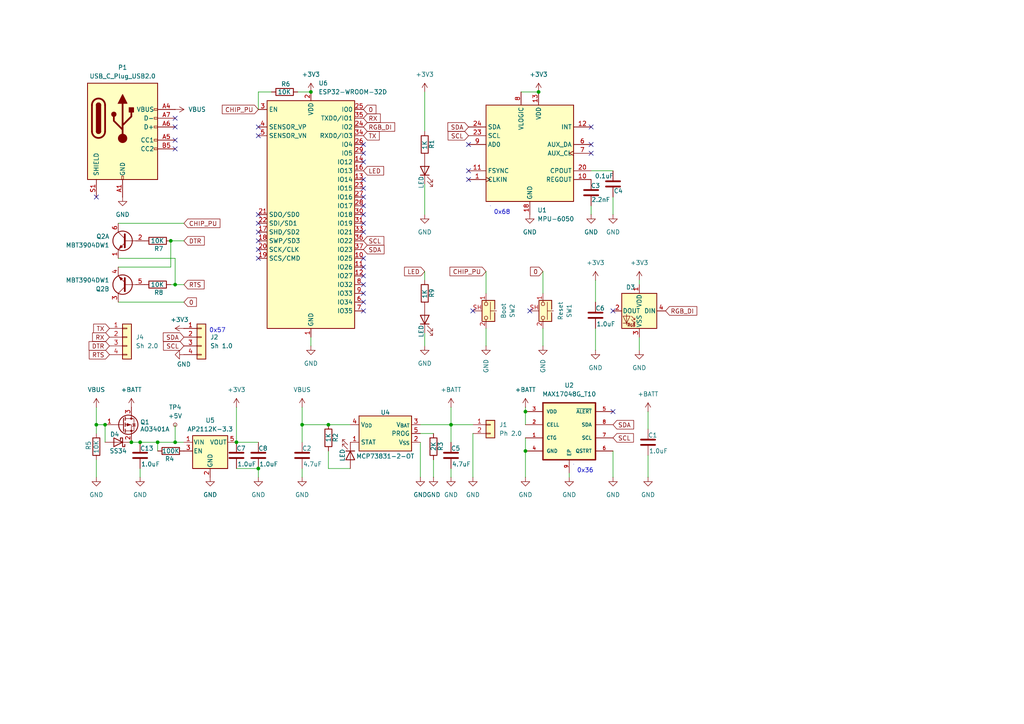
<source format=kicad_sch>
(kicad_sch (version 20231120) (generator "eeschema") (generator_version "8.0")
  (paper "A4")
  (lib_symbols
    (symbol "Battery_Management:MCP73831-5-OT"
      (property "Reference" "U4" (at 5.4962 -15.24 90))
      (property "Value" "MCP73831-5-OT" (at 2.9562 -15.24 90))
      (symbol "MCP73831-5-OT_1_1"
        (pin tri_state line (at -10.16 -2.54 0) (length 2.54) (name "STAT") (number "1"))
        (pin power_in line (at 10.16 -2.54 180) (length 2.54) (name "V_{SS}") (number "2"))
        (pin power_out line (at 10.16 2.54 180) (length 2.54) (name "V_{BAT}") (number "3"))
        (pin power_in line (at -10.16 2.54 0) (length 2.54) (name "V_{DD}") (number "4"))
        (pin input line (at 10.16 0 180) (length 2.54) (name "PROG") (number "5"))
      )
    )
    (symbol "Connector:TestPoint_Small" (pin_numbers hide) (pin_names (offset 0.762) hide)
      (property "Reference" "TP" (at 0 3.81 0))
      (property "Value" "TestPoint_Small" (at 0 2.032 0))
      (symbol "TestPoint_Small_1_1"
        (pin passive line (at 0 0 90) (length 0) (name "1") (number "1"))
      )
    )
    (symbol "Connector:USB_C_Plug_USB2.0" (pin_names (offset 1.016))
      (property "Reference" "P1" (at 0 14.732 0))
      (property "Value" "USB_C_Plug_USB2.0" (at 0 12.192 0))
      (symbol "USB_C_Plug_USB2.0_1_1"
        (pin passive line (at 0 -22.86 90) (length 5.08) (name "GND") (number "A1"))
        (pin passive line (at 0 -22.86 90) (length 5.08) hide (name "GND") (number "A12"))
        (pin passive line (at 15.24 2.54 180) (length 5.08) (name "VBUS") (number "A4"))
        (pin bidirectional line (at 15.24 -6.35 180) (length 5.08) (name "CC1") (number "A5"))
        (pin bidirectional line (at 15.24 -2.54 180) (length 5.08) (name "D+") (number "A6"))
        (pin bidirectional line (at 15.24 0 180) (length 5.08) (name "D-") (number "A7"))
        (pin passive line (at 15.24 2.54 180) (length 5.08) hide (name "VBUS") (number "A9"))
        (pin passive line (at 0 -22.86 90) (length 5.08) hide (name "GND") (number "B1"))
        (pin passive line (at 0 -22.86 90) (length 5.08) hide (name "GND") (number "B12"))
        (pin passive line (at 15.24 2.54 180) (length 5.08) hide (name "VBUS") (number "B4"))
        (pin bidirectional line (at 15.24 -8.89 180) (length 5.08) (name "CC2") (number "B5"))
        (pin passive line (at 15.24 2.54 180) (length 5.08) hide (name "VBUS") (number "B9"))
        (pin passive line (at -7.62 -22.86 90) (length 5.08) (name "SHIELD") (number "S1"))
      )
    )
    (symbol "Connector_Generic:Conn_01x02" (pin_names (offset 1.016) hide)
      (property "Reference" "J" (at 0 2.54 0))
      (property "Value" "Conn_01x02" (at 0 -5.08 0))
      (symbol "Conn_01x02_1_1"
        (pin passive line (at -5.08 0 0) (length 3.81) (name "Pin_1") (number "1"))
        (pin passive line (at -5.08 -2.54 0) (length 3.81) (name "Pin_2") (number "2"))
      )
    )
    (symbol "Connector_Generic:Conn_01x04" (pin_names (offset 1.016) hide)
      (property "Reference" "J" (at 0 5.08 0))
      (property "Value" "Conn_01x04" (at 0 -7.62 0))
      (symbol "Conn_01x04_1_1"
        (pin passive line (at -5.08 2.54 0) (length 3.81) (name "Pin_1") (number "1"))
        (pin passive line (at -5.08 0 0) (length 3.81) (name "Pin_2") (number "2"))
        (pin passive line (at -5.08 -2.54 0) (length 3.81) (name "Pin_3") (number "3"))
        (pin passive line (at -5.08 -5.08 0) (length 3.81) (name "Pin_4") (number "4"))
      )
    )
    (symbol "Custom:MAX17048G_T10" (pin_names (offset 1.016))
      (property "Reference" "U2" (at 0 13.97 0))
      (property "Value" "MAX17048G_T10" (at 0 11.43 0))
      (symbol "MAX17048G_T10_0_0"
        (pin power_in line (at -12.7 -1.27 0) (length 5.08) (name "CTG") (number "1"))
        (pin power_in line (at -12.7 2.54 0) (length 5.08) (name "CELL") (number "2"))
        (pin power_in line (at -12.7 6.35 0) (length 5.08) (name "VDD") (number "3"))
        (pin power_in line (at -12.7 -5.08 0) (length 5.08) (name "GND") (number "4"))
        (pin output line (at 12.7 6.35 180) (length 5.08) (name "~{ALERT}") (number "5"))
        (pin input line (at 12.7 -5.08 180) (length 5.08) (name "QSTRT") (number "6"))
        (pin input line (at 12.7 -1.27 180) (length 5.08) (name "SCL") (number "7"))
        (pin bidirectional line (at 12.7 2.54 180) (length 5.08) (name "SDA") (number "8"))
      )
      (symbol "MAX17048G_T10_1_0"
        (pin power_in line (at 0 -11.43 90) (length 3.81) (name "EP") (number "9"))
      )
    )
    (symbol "Device:C" (pin_numbers hide) (pin_names (offset 0.254))
      (property "Reference" "C" (at 0.635 2.54 0))
      (property "Value" "C" (at 0.635 -2.54 0))
      (symbol "C_1_1"
        (pin passive line (at 0 3.81 270) (length 2.794) (name "~") (number "1"))
        (pin passive line (at 0 -3.81 90) (length 2.794) (name "~") (number "2"))
      )
    )
    (symbol "Device:LED" (pin_numbers hide) (pin_names (offset 1.016) hide)
      (property "Reference" "D" (at 0 2.54 0))
      (property "Value" "LED" (at 0 -2.54 0))
      (symbol "LED_1_1"
        (pin passive line (at -3.81 0 0) (length 2.54) (name "K") (number "1"))
        (pin passive line (at 3.81 0 180) (length 2.54) (name "A") (number "2"))
      )
    )
    (symbol "Device:R" (pin_numbers hide) (pin_names (offset 0))
      (property "Reference" "R" (at 2.032 0 90))
      (property "Value" "R" (at 0 0 90))
      (symbol "R_1_1"
        (pin passive line (at 0 3.81 270) (length 1.27) (name "~") (number "1"))
        (pin passive line (at 0 -3.81 90) (length 1.27) (name "~") (number "2"))
      )
    )
    (symbol "Diode:SS34" (pin_numbers hide) (pin_names (offset 1.016) hide)
      (property "Reference" "D" (at 0 2.54 0))
      (property "Value" "SS34" (at 0 -2.54 0))
      (symbol "SS34_1_1"
        (pin passive line (at -3.81 0 0) (length 2.54) (name "K") (number "1"))
        (pin passive line (at 3.81 0 180) (length 2.54) (name "A") (number "2"))
      )
    )
    (symbol "LED:WS2812B" (pin_names (offset 0.254))
      (property "Reference" "D" (at 5.08 5.715 0))
      (property "Value" "WS2812B" (at 1.27 -5.715 0))
      (symbol "WS2812B_0_0"
        (text "RGB" (at 2.286 -4.191 0) (effects (font (size 0.762 0.762))))
      )
      (symbol "WS2812B_1_1"
        (pin power_in line (at 0 7.62 270) (length 2.54) (name "VDD") (number "1"))
        (pin output line (at 7.62 0 180) (length 2.54) (name "DOUT") (number "2"))
        (pin power_in line (at 0 -7.62 90) (length 2.54) (name "VSS") (number "3"))
        (pin input line (at -7.62 0 0) (length 2.54) (name "DIN") (number "4"))
      )
    )
    (symbol "RF_Module:ESP32-WROOM-32D"
      (property "Reference" "U" (at -12.7 34.29 0))
      (property "Value" "ESP32-WROOM-32D" (at 1.27 34.29 0))
      (symbol "ESP32-WROOM-32D_1_1"
        (pin power_in line (at 0 -35.56 90) (length 2.54) (name "GND") (number "1"))
        (pin bidirectional line (at 15.24 -12.7 180) (length 2.54) (name "IO25") (number "10"))
        (pin bidirectional line (at 15.24 -15.24 180) (length 2.54) (name "IO26") (number "11"))
        (pin bidirectional line (at 15.24 -17.78 180) (length 2.54) (name "IO27") (number "12"))
        (pin bidirectional line (at 15.24 10.16 180) (length 2.54) (name "IO14") (number "13"))
        (pin bidirectional line (at 15.24 15.24 180) (length 2.54) (name "IO12") (number "14"))
        (pin passive line (at 0 -35.56 90) (length 2.54) hide (name "GND") (number "15"))
        (pin bidirectional line (at 15.24 12.7 180) (length 2.54) (name "IO13") (number "16"))
        (pin bidirectional line (at -15.24 -5.08 0) (length 2.54) (name "SHD/SD2") (number "17"))
        (pin bidirectional line (at -15.24 -7.62 0) (length 2.54) (name "SWP/SD3") (number "18"))
        (pin bidirectional line (at -15.24 -12.7 0) (length 2.54) (name "SCS/CMD") (number "19"))
        (pin power_in line (at 0 35.56 270) (length 2.54) (name "VDD") (number "2"))
        (pin bidirectional line (at -15.24 -10.16 0) (length 2.54) (name "SCK/CLK") (number "20"))
        (pin bidirectional line (at -15.24 0 0) (length 2.54) (name "SDO/SD0") (number "21"))
        (pin bidirectional line (at -15.24 -2.54 0) (length 2.54) (name "SDI/SD1") (number "22"))
        (pin bidirectional line (at 15.24 7.62 180) (length 2.54) (name "IO15") (number "23"))
        (pin bidirectional line (at 15.24 25.4 180) (length 2.54) (name "IO2") (number "24"))
        (pin bidirectional line (at 15.24 30.48 180) (length 2.54) (name "IO0") (number "25"))
        (pin bidirectional line (at 15.24 20.32 180) (length 2.54) (name "IO4") (number "26"))
        (pin bidirectional line (at 15.24 5.08 180) (length 2.54) (name "IO16") (number "27"))
        (pin bidirectional line (at 15.24 2.54 180) (length 2.54) (name "IO17") (number "28"))
        (pin bidirectional line (at 15.24 17.78 180) (length 2.54) (name "IO5") (number "29"))
        (pin input line (at -15.24 30.48 0) (length 2.54) (name "EN") (number "3"))
        (pin bidirectional line (at 15.24 0 180) (length 2.54) (name "IO18") (number "30"))
        (pin bidirectional line (at 15.24 -2.54 180) (length 2.54) (name "IO19") (number "31"))
        (pin no_connect line (at -12.7 -27.94 0) (length 2.54) hide (name "NC") (number "32"))
        (pin bidirectional line (at 15.24 -5.08 180) (length 2.54) (name "IO21") (number "33"))
        (pin bidirectional line (at 15.24 22.86 180) (length 2.54) (name "RXD0/IO3") (number "34"))
        (pin bidirectional line (at 15.24 27.94 180) (length 2.54) (name "TXD0/IO1") (number "35"))
        (pin bidirectional line (at 15.24 -7.62 180) (length 2.54) (name "IO22") (number "36"))
        (pin bidirectional line (at 15.24 -10.16 180) (length 2.54) (name "IO23") (number "37"))
        (pin passive line (at 0 -35.56 90) (length 2.54) hide (name "GND") (number "38"))
        (pin passive line (at 0 -35.56 90) (length 2.54) hide (name "GND") (number "39"))
        (pin input line (at -15.24 25.4 0) (length 2.54) (name "SENSOR_VP") (number "4"))
        (pin input line (at -15.24 22.86 0) (length 2.54) (name "SENSOR_VN") (number "5"))
        (pin input line (at 15.24 -25.4 180) (length 2.54) (name "IO34") (number "6"))
        (pin input line (at 15.24 -27.94 180) (length 2.54) (name "IO35") (number "7"))
        (pin bidirectional line (at 15.24 -20.32 180) (length 2.54) (name "IO32") (number "8"))
        (pin bidirectional line (at 15.24 -22.86 180) (length 2.54) (name "IO33") (number "9"))
      )
    )
    (symbol "Regulator_Linear:AP2112K-3.3" (pin_names (offset 0.254))
      (property "Reference" "U" (at -5.08 5.715 0))
      (property "Value" "AP2112K-3.3" (at 0 5.715 0))
      (symbol "AP2112K-3.3_1_1"
        (pin power_in line (at -7.62 2.54 0) (length 2.54) (name "VIN") (number "1"))
        (pin power_in line (at 0 -7.62 90) (length 2.54) (name "GND") (number "2"))
        (pin input line (at -7.62 0 0) (length 2.54) (name "EN") (number "3"))
        (pin no_connect line (at 5.08 0 180) (length 2.54) hide (name "NC") (number "4"))
        (pin power_out line (at 7.62 2.54 180) (length 2.54) (name "VOUT") (number "5"))
      )
    )
    (symbol "Sensor_Motion:MPU-6050"
      (property "Reference" "U" (at -11.43 13.97 0))
      (property "Value" "MPU-6050" (at 7.62 -15.24 0))
      (symbol "MPU-6050_0_0"
        (text "" (at 12.7 -2.54 0) (effects (font (size 1.27 1.27))))
      )
      (symbol "MPU-6050_1_1"
        (pin input clock (at -17.78 -7.62 0) (length 5.08) (name "CLKIN") (number "1"))
        (pin passive line (at 17.78 -7.62 180) (length 5.08) (name "REGOUT") (number "10"))
        (pin input line (at -17.78 -5.08 0) (length 5.08) (name "FSYNC") (number "11"))
        (pin output line (at 17.78 7.62 180) (length 5.08) (name "INT") (number "12"))
        (pin power_in line (at 2.54 17.78 270) (length 3.81) (name "VDD") (number "13"))
        (pin no_connect line (at -12.7 -10.16 0) (length 2.54) hide (name "NC") (number "14"))
        (pin no_connect line (at 12.7 12.7 180) (length 2.54) hide (name "NC") (number "15"))
        (pin no_connect line (at 12.7 10.16 180) (length 2.54) hide (name "NC") (number "16"))
        (pin no_connect line (at 12.7 5.08 180) (length 2.54) hide (name "NC") (number "17"))
        (pin power_in line (at 0 -17.78 90) (length 3.81) (name "GND") (number "18"))
        (pin no_connect line (at 12.7 -10.16 180) (length 2.54) hide (name "RESV") (number "19"))
        (pin no_connect line (at -12.7 12.7 0) (length 2.54) hide (name "NC") (number "2"))
        (pin passive line (at 17.78 -5.08 180) (length 5.08) (name "CPOUT") (number "20"))
        (pin no_connect line (at 12.7 -2.54 180) (length 2.54) hide (name "RESV") (number "21"))
        (pin no_connect line (at 12.7 -12.7 180) (length 2.54) hide (name "RESV") (number "22"))
        (pin input line (at -17.78 5.08 0) (length 5.08) (name "SCL") (number "23"))
        (pin bidirectional line (at -17.78 7.62 0) (length 5.08) (name "SDA") (number "24"))
        (pin no_connect line (at -12.7 10.16 0) (length 2.54) hide (name "NC") (number "3"))
        (pin no_connect line (at -12.7 0 0) (length 2.54) hide (name "NC") (number "4"))
        (pin no_connect line (at -12.7 -2.54 0) (length 2.54) hide (name "NC") (number "5"))
        (pin bidirectional line (at 17.78 2.54 180) (length 5.08) (name "AUX_DA") (number "6"))
        (pin output clock (at 17.78 0 180) (length 5.08) (name "AUX_CL") (number "7"))
        (pin power_in line (at -2.54 17.78 270) (length 3.81) (name "VLOGIC") (number "8"))
        (pin input line (at -17.78 2.54 0) (length 5.08) (name "AD0") (number "9"))
      )
    )
    (symbol "Switch:CK_KMS2xxGP" (pin_names (offset 1.016) hide)
      (property "Reference" "SW" (at 4.318 2.032 0))
      (property "Value" "CK_KMS2xxGP" (at 0 4.572 0))
      (symbol "CK_KMS2xxGP_0_1"
        (pin passive line (at -5.08 0 0) (length 2.54) (name "1") (number "1"))
        (pin passive line (at 5.08 0 180) (length 2.54) (name "2") (number "2"))
      )
      (symbol "CK_KMS2xxGP_1_1"
        (pin passive line (at 0 -3.81 90) (length 2.54) (name "B") (number "SH"))
      )
    )
    (symbol "Transistor_BJT:MBT3904DW1" (pin_names (offset 0) hide)
      (property "Reference" "Q" (at 5.08 1.27 0))
      (property "Value" "MBT3904DW1" (at 5.08 -1.27 0))
      (symbol "MBT3904DW1_1_1"
        (pin passive line (at 2.54 -5.08 90) (length 2.54) (name "E1") (number "1"))
        (pin input line (at -5.08 0 0) (length 2.54) (name "B1") (number "2"))
        (pin passive line (at 2.54 5.08 270) (length 2.54) (name "C1") (number "6"))
      )
      (symbol "MBT3904DW1_2_1"
        (pin passive line (at 2.54 5.08 270) (length 2.54) (name "C2") (number "3"))
        (pin passive line (at 2.54 -5.08 90) (length 2.54) (name "E2") (number "4"))
        (pin input line (at -5.08 0 0) (length 2.54) (name "B2") (number "5"))
      )
    )
    (symbol "Transistor_FET:AO3401A" (pin_names hide)
      (property "Reference" "Q" (at 5.08 1.905 0))
      (property "Value" "AO3401A" (at 5.08 0 0))
      (symbol "AO3401A_1_1"
        (pin input line (at -5.08 0 0) (length 2.54) (name "G") (number "1"))
        (pin passive line (at 2.54 -5.08 90) (length 2.54) (name "S") (number "2"))
        (pin passive line (at 2.54 5.08 270) (length 2.54) (name "D") (number "3"))
      )
    )
    (symbol "power:+3V3" (power) (pin_numbers hide) (pin_names (offset 0) hide)
      (property "Value" "+3V3" (at 0 3.556 0))
      (symbol "+3V3_1_1"
        (pin power_in line (at 0 0 90) (length 0) (name "~") (number "1"))
      )
    )
    (symbol "power:+BATT" (power) (pin_numbers hide) (pin_names (offset 0) hide)
      (property "Value" "+BATT" (at 0 3.556 0))
      (symbol "+BATT_1_1"
        (pin power_in line (at 0 0 90) (length 0) (name "~") (number "1"))
      )
    )
    (symbol "power:GND" (power) (pin_numbers hide) (pin_names (offset 0) hide)
      (property "Value" "GND" (at 0 -3.81 0))
      (symbol "GND_1_1"
        (pin power_in line (at 0 0 270) (length 0) (name "~") (number "1"))
      )
    )
    (symbol "power:VBUS" (power) (pin_numbers hide) (pin_names (offset 0) hide)
      (property "Value" "VBUS" (at 0 3.556 0))
      (symbol "VBUS_1_1"
        (pin power_in line (at 0 0 90) (length 0) (name "~") (number "1"))
      )
    )
  )
  (junction (at 49.53 69.85))
  (junction (at 50.8 128.27))
  (junction (at 90.17 26.67))
  (junction (at 74.93 135.89))
  (junction (at 87.63 123.19))
  (junction (at 95.25 123.19))
  (junction (at 50.8 82.55))
  (junction (at 152.4 130.81))
  (junction (at 40.64 128.27))
  (junction (at 38.1 128.27))
  (junction (at 152.4 119.38))
  (junction (at 156.21 26.67))
  (junction (at 45.72 128.27))
  (junction (at 130.81 123.19))
  (junction (at 68.58 128.27))
  (junction (at 27.94 123.19))
  (junction (at 30.48 123.19))
  (no_connect (at 74.93 74.93))
  (no_connect (at 50.8 36.83))
  (no_connect (at 105.41 67.31))
  (no_connect (at 135.89 49.53))
  (no_connect (at 74.93 62.23))
  (no_connect (at 105.41 62.23))
  (no_connect (at 171.45 36.83))
  (no_connect (at 105.41 87.63))
  (no_connect (at 171.45 41.91))
  (no_connect (at 50.8 43.18))
  (no_connect (at 137.16 90.17))
  (no_connect (at 105.41 90.17))
  (no_connect (at 105.41 77.47))
  (no_connect (at 50.8 40.64))
  (no_connect (at 135.89 41.91))
  (no_connect (at 105.41 44.45))
  (no_connect (at 105.41 82.55))
  (no_connect (at 153.67 90.17))
  (no_connect (at 74.93 72.39))
  (no_connect (at 27.94 57.15))
  (no_connect (at 74.93 67.31))
  (no_connect (at 177.8 90.17))
  (no_connect (at 74.93 36.83))
  (no_connect (at 177.8 119.38))
  (no_connect (at 105.41 64.77))
  (no_connect (at 105.41 74.93))
  (no_connect (at 105.41 59.69))
  (no_connect (at 105.41 41.91))
  (no_connect (at 105.41 80.01))
  (no_connect (at 50.8 34.29))
  (no_connect (at 105.41 57.15))
  (no_connect (at 74.93 39.37))
  (no_connect (at 74.93 69.85))
  (no_connect (at 105.41 46.99))
  (no_connect (at 105.41 85.09))
  (no_connect (at 105.41 54.61))
  (no_connect (at 74.93 64.77))
  (no_connect (at 135.89 52.07))
  (no_connect (at 171.45 44.45))
  (no_connect (at 105.41 52.07))
  (wire (pts (xy 27.94 118.11) (xy 27.94 123.19)))
  (wire (pts (xy 137.16 138.43) (xy 137.16 125.73)))
  (wire (pts (xy 30.48 123.19) (xy 30.48 128.27)))
  (wire (pts (xy 157.48 100.33) (xy 157.48 95.25)))
  (wire (pts (xy 95.25 130.81) (xy 95.25 135.89)))
  (wire (pts (xy 121.92 123.19) (xy 130.81 123.19)))
  (wire (pts (xy 50.8 82.55) (xy 49.53 82.55)))
  (wire (pts (xy 123.19 96.52) (xy 123.19 100.33)))
  (wire (pts (xy 165.1 138.43) (xy 165.1 137.16)))
  (wire (pts (xy 50.8 74.93) (xy 34.29 74.93)))
  (wire (pts (xy 185.42 81.28) (xy 185.42 82.55)))
  (wire (pts (xy 74.93 26.67) (xy 74.93 31.75)))
  (wire (pts (xy 172.72 95.25) (xy 172.72 101.6)))
  (wire (pts (xy 157.48 78.74) (xy 157.48 85.09)))
  (wire (pts (xy 50.8 82.55) (xy 53.34 82.55)))
  (wire (pts (xy 27.94 125.73) (xy 27.94 123.19)))
  (wire (pts (xy 187.96 119.38) (xy 187.96 124.46)))
  (wire (pts (xy 27.94 138.43) (xy 27.94 133.35)))
  (wire (pts (xy 123.19 78.74) (xy 123.19 81.28)))
  (wire (pts (xy 50.8 128.27) (xy 45.72 128.27)))
  (wire (pts (xy 87.63 123.19) (xy 87.63 118.11)))
  (wire (pts (xy 140.97 100.33) (xy 140.97 95.25)))
  (wire (pts (xy 130.81 128.27) (xy 130.81 123.19)))
  (wire (pts (xy 187.96 132.08) (xy 187.96 138.43)))
  (wire (pts (xy 68.58 135.89) (xy 74.93 135.89)))
  (wire (pts (xy 140.97 85.09) (xy 140.97 78.74)))
  (wire (pts (xy 45.72 128.27) (xy 45.72 130.81)))
  (wire (pts (xy 87.63 128.27) (xy 87.63 123.19)))
  (wire (pts (xy 49.53 69.85) (xy 49.53 77.47)))
  (wire (pts (xy 123.19 26.67) (xy 123.19 38.1)))
  (wire (pts (xy 121.92 138.43) (xy 121.92 128.27)))
  (wire (pts (xy 87.63 138.43) (xy 87.63 135.89)))
  (wire (pts (xy 151.13 26.67) (xy 156.21 26.67)))
  (wire (pts (xy 185.42 97.79) (xy 185.42 101.6)))
  (wire (pts (xy 152.4 118.11) (xy 152.4 119.38)))
  (wire (pts (xy 49.53 77.47) (xy 34.29 77.47)))
  (wire (pts (xy 53.34 87.63) (xy 34.29 87.63)))
  (wire (pts (xy 38.1 128.27) (xy 40.64 128.27)))
  (wire (pts (xy 172.72 81.28) (xy 172.72 87.63)))
  (wire (pts (xy 68.58 118.11) (xy 68.58 128.27)))
  (wire (pts (xy 68.58 128.27) (xy 74.93 128.27)))
  (wire (pts (xy 78.74 26.67) (xy 74.93 26.67)))
  (wire (pts (xy 74.93 138.43) (xy 74.93 135.89)))
  (wire (pts (xy 27.94 123.19) (xy 30.48 123.19)))
  (wire (pts (xy 40.64 138.43) (xy 40.64 135.89)))
  (wire (pts (xy 86.36 26.67) (xy 90.17 26.67)))
  (wire (pts (xy 95.25 123.19) (xy 101.6 123.19)))
  (wire (pts (xy 177.8 49.53) (xy 171.45 49.53)))
  (wire (pts (xy 123.19 62.23) (xy 123.19 53.34)))
  (wire (pts (xy 49.53 69.85) (xy 53.34 69.85)))
  (wire (pts (xy 177.8 62.23) (xy 177.8 57.15)))
  (wire (pts (xy 152.4 138.43) (xy 152.4 130.81)))
  (wire (pts (xy 130.81 123.19) (xy 137.16 123.19)))
  (wire (pts (xy 50.8 123.19) (xy 50.8 128.27)))
  (wire (pts (xy 177.8 138.43) (xy 177.8 130.81)))
  (wire (pts (xy 87.63 123.19) (xy 95.25 123.19)))
  (wire (pts (xy 130.81 138.43) (xy 130.81 135.89)))
  (wire (pts (xy 50.8 82.55) (xy 50.8 74.93)))
  (wire (pts (xy 125.73 138.43) (xy 125.73 133.35)))
  (wire (pts (xy 152.4 119.38) (xy 152.4 123.19)))
  (wire (pts (xy 130.81 118.11) (xy 130.81 123.19)))
  (wire (pts (xy 152.4 127) (xy 152.4 130.81)))
  (wire (pts (xy 53.34 64.77) (xy 34.29 64.77)))
  (wire (pts (xy 53.34 128.27) (xy 50.8 128.27)))
  (wire (pts (xy 121.92 125.73) (xy 125.73 125.73)))
  (wire (pts (xy 45.72 128.27) (xy 40.64 128.27)))
  (wire (pts (xy 171.45 62.23) (xy 171.45 59.69)))
  (wire (pts (xy 95.25 135.89) (xy 101.6 135.89)))
  (wire (pts (xy 90.17 100.33) (xy 90.17 97.79)))
  (text_box "0x57" (at 59.69 93.98 0) (size 0 0) (effects (font (size 1.27 1.27)) (justify left top)))
  (text_box "0x36\n" (at 166.37 134.62 0) (size 0 0) (effects (font (size 1.27 1.27)) (justify left top)))
  (text_box "0x68" (at 142.24 59.69 0) (size 0 0) (effects (font (size 1.27 1.27)) (justify left top)))
  (global_label "0" (shape input) (at 105.41 31.75 0) (property "Intersheetrefs" "${INTERSHEET_REFS}" (effects (hide yes))))
  (global_label "RTS" (shape input) (at 31.75 102.87 180) (property "Intersheetrefs" "${INTERSHEET_REFS}" (effects (hide yes))))
  (global_label "LED" (shape input) (at 123.19 78.74 180) (property "Intersheetrefs" "${INTERSHEET_REFS}" (effects (hide yes))))
  (global_label "SDA" (shape input) (at 53.34 97.79 180) (property "Intersheetrefs" "${INTERSHEET_REFS}" (effects (hide yes))))
  (global_label "DTR" (shape input) (at 31.75 100.33 180) (property "Intersheetrefs" "${INTERSHEET_REFS}" (effects (hide yes))))
  (global_label "CHIP_PU" (shape input) (at 74.93 31.75 180) (property "Intersheetrefs" "${INTERSHEET_REFS}" (effects (hide yes))))
  (global_label "RTS" (shape input) (at 53.34 82.55 0) (property "Intersheetrefs" "${INTERSHEET_REFS}" (effects (hide yes))))
  (global_label "SCL" (shape input) (at 135.89 39.37 180) (property "Intersheetrefs" "${INTERSHEET_REFS}" (effects (hide yes))))
  (global_label "SDA" (shape input) (at 177.8 123.19 0) (property "Intersheetrefs" "${INTERSHEET_REFS}" (effects (hide yes))))
  (global_label "SCL" (shape input) (at 105.41 69.85 0) (property "Intersheetrefs" "${INTERSHEET_REFS}" (effects (hide yes))))
  (global_label "CHIP_PU" (shape input) (at 53.34 64.77 0) (property "Intersheetrefs" "${INTERSHEET_REFS}" (effects (hide yes))))
  (global_label "SDA" (shape input) (at 135.89 36.83 180) (property "Intersheetrefs" "${INTERSHEET_REFS}" (effects (hide yes))))
  (global_label "SCL" (shape input) (at 177.8 127 0) (property "Intersheetrefs" "${INTERSHEET_REFS}" (effects (hide yes))))
  (global_label "0" (shape input) (at 157.48 78.74 180) (property "Intersheetrefs" "${INTERSHEET_REFS}" (effects (hide yes))))
  (global_label "DTR" (shape input) (at 53.34 69.85 0) (property "Intersheetrefs" "${INTERSHEET_REFS}" (effects (hide yes))))
  (global_label "LED" (shape input) (at 105.41 49.53 0) (property "Intersheetrefs" "${INTERSHEET_REFS}" (effects (hide yes))))
  (global_label "TX" (shape input) (at 31.75 95.25 180) (property "Intersheetrefs" "${INTERSHEET_REFS}" (effects (hide yes))))
  (global_label "RX" (shape input) (at 105.41 34.29 0) (property "Intersheetrefs" "${INTERSHEET_REFS}" (effects (hide yes))))
  (global_label "0" (shape input) (at 53.34 87.63 0) (property "Intersheetrefs" "${INTERSHEET_REFS}" (effects (hide yes))))
  (global_label "RGB_DI" (shape input) (at 193.04 90.17 0) (property "Intersheetrefs" "${INTERSHEET_REFS}" (effects (hide yes))))
  (global_label "RX" (shape input) (at 31.75 97.79 180) (property "Intersheetrefs" "${INTERSHEET_REFS}" (effects (hide yes))))
  (global_label "SCL" (shape input) (at 53.34 100.33 180) (property "Intersheetrefs" "${INTERSHEET_REFS}" (effects (hide yes))))
  (global_label "CHIP_PU" (shape input) (at 140.97 78.74 180) (property "Intersheetrefs" "${INTERSHEET_REFS}" (effects (hide yes))))
  (global_label "TX" (shape input) (at 105.41 39.37 0) (property "Intersheetrefs" "${INTERSHEET_REFS}" (effects (hide yes))))
  (global_label "SDA" (shape input) (at 105.41 72.39 0) (property "Intersheetrefs" "${INTERSHEET_REFS}" (effects (hide yes))))
  (global_label "RGB_DI" (shape input) (at 105.41 36.83 0) (property "Intersheetrefs" "${INTERSHEET_REFS}" (effects (hide yes))))
  (symbol (lib_id "power:VBUS") (at 50.8 31.75 270) (unit 1)
    (property "Reference" "#PWR031" (effects (hide yes)))
    (property "Value" "VBUS" (at 54.61 31.7499 90) (effects (justify left)))
    (property "Description" "Power symbol creates a global label with name \"VBUS\"" (effects (hide yes)))
  )
  (symbol (lib_id "Switch:CK_KMS2xxGP") (at 157.48 90.17 270) (unit 1)
    (property "Reference" "SW1" (at 165.1 90.17 0))
    (property "Value" "Reset" (at 162.56 90.17 0))
    (property "Footprint" "Button_Switch_SMD:SW_SPST_CK_KMS2xxGP" (effects (hide yes)))
    (property "Datasheet" "https://www.ckswitches.com/media/1482/kms.pdf" (effects (hide yes)))
    (property "Description" "Microminiature SMT Side Actuated, 4.2 x 2.8 x 1.42mm, with pegs, with shield pin" (effects (hide yes)))
  )
  (symbol (lib_id "Sensor_Motion:MPU-6050") (at 153.67 44.45 0) (unit 1)
    (property "Reference" "U1" (at 155.8641 60.96 0) (effects (justify left)))
    (property "Value" "MPU-6050" (at 155.8641 63.5 0) (effects (justify left)))
    (property "Footprint" "Sensor_Motion:InvenSense_QFN-24_4x4mm_P0.5mm" (effects (hide yes)))
    (property "Datasheet" "https://invensense.tdk.com/wp-content/uploads/2015/02/MPU-6000-Datasheet1.pdf" (effects (hide yes)))
    (property "Description" "InvenSense 6-Axis Motion Sensor, Gyroscope, Accelerometer, I2C" (effects (hide yes)))
  )
  (symbol (lib_id "power:GND") (at 177.8 138.43 0) (unit 1)
    (property "Reference" "#PWR010" (effects (hide yes)))
    (property "Value" "GND" (at 177.8 143.51 0))
    (property "Description" "Power symbol creates a global label with name \"GND\" , ground" (effects (hide yes)))
  )
  (symbol (lib_id "power:VBUS") (at 87.63 118.11 0) (unit 1)
    (property "Reference" "#PWR013" (effects (hide yes)))
    (property "Value" "VBUS" (at 87.63 113.03 0))
    (property "Description" "Power symbol creates a global label with name \"VBUS\"" (effects (hide yes)))
  )
  (symbol (lib_id "Device:R") (at 125.73 129.54 0) (unit 1)
    (property "Reference" "R3" (at 127.762 130.81 90) (effects (justify left)))
    (property "Value" "2K" (at 125.73 130.81 90) (effects (justify left)))
    (property "Footprint" "Resistor_SMD:R_0402_1005Metric_Pad0.72x0.64mm_HandSolder" (effects (hide yes)))
    (property "Description" "Resistor" (effects (hide yes)))
  )
  (symbol (lib_id "power:GND") (at 123.19 62.23 0) (unit 1)
    (property "Reference" "#PWR02" (effects (hide yes)))
    (property "Value" "GND" (at 123.19 67.31 0))
    (property "Description" "Power symbol creates a global label with name \"GND\" , ground" (effects (hide yes)))
  )
  (symbol (lib_id "power:GND") (at 130.81 138.43 0) (unit 1)
    (property "Reference" "#PWR033" (effects (hide yes)))
    (property "Value" "GND" (at 130.81 143.51 0))
    (property "Description" "Power symbol creates a global label with name \"GND\" , ground" (effects (hide yes)))
  )
  (symbol (lib_id "power:GND") (at 74.93 138.43 0) (unit 1)
    (property "Reference" "#PWR039" (effects (hide yes)))
    (property "Value" "GND" (at 74.93 143.51 0))
    (property "Description" "Power symbol creates a global label with name \"GND\" , ground" (effects (hide yes)))
  )
  (symbol (lib_id "RF_Module:ESP32-WROOM-32D") (at 90.17 62.23 0) (unit 1)
    (property "Reference" "U6" (at 92.3641 24.13 0) (effects (justify left)))
    (property "Value" "ESP32-WROOM-32D" (at 92.3641 26.67 0) (effects (justify left)))
    (property "Footprint" "RF_Module:ESP32-WROOM-32D" (effects (hide yes)))
    (property "Datasheet" "https://www.espressif.com/sites/default/files/documentation/esp32-wroom-32d_esp32-wroom-32u_datasheet_en.pdf" (effects (hide yes)))
    (property "Description" "RF Module, ESP32-D0WD SoC, Wi-Fi 802.11b/g/n, Bluetooth, BLE, 32-bit, 2.7-3.6V, onboard antenna, SMD" (effects (hide yes)))
  )
  (symbol (lib_id "power:GND") (at 152.4 138.43 0) (unit 1)
    (property "Reference" "#PWR04" (effects (hide yes)))
    (property "Value" "GND" (at 152.4 143.51 0))
    (property "Description" "Power symbol creates a global label with name \"GND\" , ground" (effects (hide yes)))
  )
  (symbol (lib_id "Device:C") (at 130.81 132.08 0) (unit 1)
    (property "Reference" "C5" (at 130.81 130.048 0) (effects (justify left)))
    (property "Value" "4.7uF" (at 131.064 134.62 0) (effects (justify left)))
    (property "Footprint" "Capacitor_SMD:C_0402_1005Metric_Pad0.74x0.62mm_HandSolder" (effects (hide yes)))
    (property "Description" "Unpolarized capacitor" (effects (hide yes)))
  )
  (symbol (lib_id "Connector_Generic:Conn_01x04") (at 58.42 97.79 0) (unit 1)
    (property "Reference" "J2" (at 60.96 97.7899 0) (effects (justify left)))
    (property "Value" "Sh 1.0" (at 60.96 100.3299 0) (effects (justify left)))
    (property "Footprint" "Connector_JST:JST_SH_SM04B-SRSS-TB_1x04-1MP_P1.00mm_Horizontal" (effects (hide yes)))
    (property "Description" "Generic connector, single row, 01x04, script generated (kicad-library-utils/schlib/autogen/connector/)" (effects (hide yes)))
  )
  (symbol (lib_id "power:+BATT") (at 187.96 119.38 0) (unit 1)
    (property "Reference" "#PWR011" (effects (hide yes)))
    (property "Value" "+BATT" (at 187.96 114.3 0))
    (property "Description" "Power symbol creates a global label with name \"+BATT\"" (effects (hide yes)))
  )
  (symbol (lib_id "Transistor_BJT:MBT3904DW1") (at 36.83 69.85 0) (mirror y) (unit 1)
    (property "Reference" "Q2" (at 31.75 68.5799 0) (effects (justify left)))
    (property "Value" "MBT3904DW1" (at 31.75 71.1199 0) (effects (justify left)))
    (property "Footprint" "Package_TO_SOT_SMD:SOT-363_SC-70-6" (effects (hide yes)))
    (property "Datasheet" "http://www.onsemi.com/pub_link/Collateral/MBT3904DW1T1-D.PDF" (effects (hide yes)))
    (property "Description" "200mA IC, 40V Vce, Dual NPN/NPN Transistors, SOT-363" (effects (hide yes)))
  )
  (symbol (lib_id "Device:C") (at 40.64 132.08 0) (unit 1)
    (property "Reference" "C13" (at 40.64 130.048 0) (effects (justify left)))
    (property "Value" "1.0uF" (at 40.894 134.62 0) (effects (justify left)))
    (property "Footprint" "Capacitor_SMD:C_0402_1005Metric_Pad0.74x0.62mm_HandSolder" (effects (hide yes)))
    (property "Description" "Unpolarized capacitor" (effects (hide yes)))
  )
  (symbol (lib_id "Device:R") (at 45.72 82.55 270) (mirror x) (unit 1)
    (property "Reference" "R8" (at 44.704 84.836 90) (effects (justify left)))
    (property "Value" "10K" (at 43.688 82.55 90) (effects (justify left)))
    (property "Footprint" "Resistor_SMD:R_0402_1005Metric_Pad0.72x0.64mm_HandSolder" (effects (hide yes)))
    (property "Description" "Resistor" (effects (hide yes)))
  )
  (symbol (lib_id "Switch:CK_KMS2xxGP") (at 140.97 90.17 270) (unit 1)
    (property "Reference" "SW2" (at 148.59 90.17 0))
    (property "Value" "Boot" (at 146.05 90.17 0))
    (property "Footprint" "Button_Switch_SMD:SW_SPST_CK_KMS2xxGP" (effects (hide yes)))
    (property "Datasheet" "https://www.ckswitches.com/media/1482/kms.pdf" (effects (hide yes)))
    (property "Description" "Microminiature SMT Side Actuated, 4.2 x 2.8 x 1.42mm, with pegs, with shield pin" (effects (hide yes)))
  )
  (symbol (lib_id "Device:R") (at 49.53 130.81 90) (unit 1)
    (property "Reference" "R4" (at 50.546 133.096 90) (effects (justify left)))
    (property "Value" "100K" (at 52.07 130.81 90) (effects (justify left)))
    (property "Footprint" "Resistor_SMD:R_0402_1005Metric_Pad0.72x0.64mm_HandSolder" (effects (hide yes)))
    (property "Description" "Resistor" (effects (hide yes)))
  )
  (symbol (lib_id "power:GND") (at 123.19 100.33 0) (unit 1)
    (property "Reference" "#PWR016" (effects (hide yes)))
    (property "Value" "GND" (at 123.19 105.41 0))
    (property "Description" "Power symbol creates a global label with name \"GND\" , ground" (effects (hide yes)))
  )
  (symbol (lib_id "power:GND") (at 172.72 101.6 0) (unit 1)
    (property "Reference" "#PWR037" (effects (hide yes)))
    (property "Value" "GND" (at 172.72 106.68 0))
    (property "Description" "Power symbol creates a global label with name \"GND\" , ground" (effects (hide yes)))
  )
  (symbol (lib_id "Device:R") (at 123.19 41.91 0) (unit 1)
    (property "Reference" "R1" (at 125.222 43.18 90) (effects (justify left)))
    (property "Value" "1K" (at 123.19 43.434 90) (effects (justify left)))
    (property "Footprint" "Resistor_SMD:R_0402_1005Metric_Pad0.72x0.64mm_HandSolder" (effects (hide yes)))
    (property "Description" "Resistor" (effects (hide yes)))
  )
  (symbol (lib_id "power:+3V3") (at 172.72 81.28 0) (mirror y) (unit 1)
    (property "Reference" "#PWR036" (effects (hide yes)))
    (property "Value" "+3V3" (at 172.72 76.2 0))
    (property "Description" "Power symbol creates a global label with name \"+3V3\"" (effects (hide yes)))
  )
  (symbol (lib_id "Device:C") (at 68.58 132.08 0) (unit 1)
    (property "Reference" "C7" (at 68.58 130.048 0) (effects (justify left)))
    (property "Value" "1.0uF" (at 68.834 134.62 0) (effects (justify left)))
    (property "Footprint" "Capacitor_SMD:C_0402_1005Metric_Pad0.74x0.62mm_HandSolder" (effects (hide yes)))
    (property "Description" "Unpolarized capacitor" (effects (hide yes)))
  )
  (symbol (lib_id "Device:C") (at 171.45 55.88 180) (unit 1)
    (property "Reference" "C3" (at 172.72 53.848 0))
    (property "Value" "2.2nF" (at 174.244 57.912 0))
    (property "Footprint" "Capacitor_SMD:C_0402_1005Metric_Pad0.74x0.62mm_HandSolder" (effects (hide yes)))
    (property "Description" "Unpolarized capacitor" (effects (hide yes)))
  )
  (symbol (lib_id "power:+BATT") (at 152.4 118.11 0) (unit 1)
    (property "Reference" "#PWR03" (effects (hide yes)))
    (property "Value" "+BATT" (at 152.4 113.03 0))
    (property "Description" "Power symbol creates a global label with name \"+BATT\"" (effects (hide yes)))
  )
  (symbol (lib_id "power:GND") (at 187.96 138.43 0) (unit 1)
    (property "Reference" "#PWR012" (effects (hide yes)))
    (property "Value" "GND" (at 187.96 143.51 0))
    (property "Description" "Power symbol creates a global label with name \"GND\" , ground" (effects (hide yes)))
  )
  (symbol (lib_id "Connector:TestPoint_Small") (at 50.8 123.19 90) (unit 1)
    (property "Reference" "TP4" (at 50.8 118.11 90))
    (property "Value" "+5V" (at 50.8 120.65 90))
    (property "Footprint" "TestPoint:TestPoint_Pad_D1.0mm" (effects (hide yes)))
    (property "Description" "test point" (effects (hide yes)))
  )
  (symbol (lib_id "power:GND") (at 40.64 138.43 0) (unit 1)
    (property "Reference" "#PWR025" (effects (hide yes)))
    (property "Value" "GND" (at 40.64 143.51 0))
    (property "Description" "Power symbol creates a global label with name \"GND\" , ground" (effects (hide yes)))
  )
  (symbol (lib_id "power:GND") (at 90.17 100.33 0) (unit 1)
    (property "Reference" "#PWR030" (effects (hide yes)))
    (property "Value" "GND" (at 90.17 105.41 0))
    (property "Description" "Power symbol creates a global label with name \"GND\" , ground" (effects (hide yes)))
  )
  (symbol (lib_id "Diode:SS34") (at 34.29 128.27 180) (unit 1)
    (property "Reference" "D4" (at 33.274 125.984 0))
    (property "Value" "SS34" (at 34.29 130.81 0))
    (property "Footprint" "Diode_SMD:D_SMA" (effects (hide yes)))
    (property "Datasheet" "https://www.vishay.com/docs/88751/ss32.pdf" (effects (hide yes)))
    (property "Description" "40V 3A Schottky Diode, SMA" (effects (hide yes)))
  )
  (symbol (lib_id "LED:WS2812B") (at 185.42 90.17 0) (mirror y) (unit 1)
    (property "Reference" "D3" (at 182.88 83.312 0))
    (property "Value" "WS2812B" (effects (hide yes)))
    (property "Footprint" "LED_SMD:LED_WS2812B_PLCC4_5.0x5.0mm_P3.2mm" (effects (hide yes)))
    (property "Datasheet" "https://cdn-shop.adafruit.com/datasheets/WS2812B.pdf" (effects (hide yes)))
    (property "Description" "RGB LED with integrated controller" (effects (hide yes)))
  )
  (symbol (lib_id "power:+3V3") (at 156.21 26.67 0) (unit 1)
    (property "Reference" "#PWR06" (effects (hide yes)))
    (property "Value" "+3V3" (at 156.21 21.59 0))
    (property "Description" "Power symbol creates a global label with name \"+3V3\"" (effects (hide yes)))
  )
  (symbol (lib_id "power:GND") (at 140.97 100.33 0) (unit 1)
    (property "Reference" "#PWR017" (effects (hide yes)))
    (property "Value" "GND" (at 140.9701 104.14 90) (effects (justify right)))
    (property "Description" "Power symbol creates a global label with name \"GND\" , ground" (effects (hide yes)))
  )
  (symbol (lib_id "power:GND") (at 121.92 138.43 0) (unit 1)
    (property "Reference" "#PWR026" (effects (hide yes)))
    (property "Value" "GND" (at 121.92 143.51 0))
    (property "Description" "Power symbol creates a global label with name \"GND\" , ground" (effects (hide yes)))
  )
  (symbol (lib_id "Device:R") (at 82.55 26.67 270) (unit 1)
    (property "Reference" "R6" (at 81.534 24.384 90) (effects (justify left)))
    (property "Value" "10K" (at 80.518 26.67 90) (effects (justify left)))
    (property "Footprint" "Resistor_SMD:R_0402_1005Metric_Pad0.72x0.64mm_HandSolder" (effects (hide yes)))
    (property "Description" "Resistor" (effects (hide yes)))
  )
  (symbol (lib_id "power:GND") (at 27.94 138.43 0) (unit 1)
    (property "Reference" "#PWR024" (effects (hide yes)))
    (property "Value" "GND" (at 27.94 143.51 0))
    (property "Description" "Power symbol creates a global label with name \"GND\" , ground" (effects (hide yes)))
  )
  (symbol (lib_id "power:GND") (at 171.45 62.23 0) (unit 1)
    (property "Reference" "#PWR07" (effects (hide yes)))
    (property "Value" "GND" (at 171.45 67.31 0))
    (property "Description" "Power symbol creates a global label with name \"GND\" , ground" (effects (hide yes)))
  )
  (symbol (lib_id "power:GND") (at 87.63 138.43 0) (unit 1)
    (property "Reference" "#PWR020" (effects (hide yes)))
    (property "Value" "GND" (at 87.63 143.51 0))
    (property "Description" "Power symbol creates a global label with name \"GND\" , ground" (effects (hide yes)))
  )
  (symbol (lib_id "Device:LED") (at 101.6 132.08 270) (unit 1)
    (property "Reference" "D2" (effects (hide yes)))
    (property "Value" "LED" (at 99.314 133.858 0) (effects (justify right)))
    (property "Footprint" "LED_SMD:LED_0402_1005Metric_Pad0.77x0.64mm_HandSolder" (effects (hide yes)))
    (property "Description" "Light emitting diode" (effects (hide yes)))
  )
  (symbol (lib_id "Device:R") (at 123.19 85.09 0) (unit 1)
    (property "Reference" "R9" (at 125.222 86.36 90) (effects (justify left)))
    (property "Value" "1K" (at 123.19 86.614 90) (effects (justify left)))
    (property "Footprint" "Resistor_SMD:R_0402_1005Metric_Pad0.72x0.64mm_HandSolder" (effects (hide yes)))
    (property "Description" "Resistor" (effects (hide yes)))
  )
  (symbol (lib_id "Device:C") (at 74.93 132.08 0) (unit 1)
    (property "Reference" "C8" (at 74.93 130.048 0) (effects (justify left)))
    (property "Value" "1.0uF" (at 75.184 134.62 0) (effects (justify left)))
    (property "Footprint" "Capacitor_SMD:C_0402_1005Metric_Pad0.74x0.62mm_HandSolder" (effects (hide yes)))
    (property "Description" "Unpolarized capacitor" (effects (hide yes)))
  )
  (symbol (lib_id "Connector_Generic:Conn_01x02") (at 142.24 123.19 0) (unit 1)
    (property "Reference" "J1" (at 144.78 123.1899 0) (effects (justify left)))
    (property "Value" "Ph 2.0" (at 144.78 125.7299 0) (effects (justify left)))
    (property "Footprint" "Connector_JST:JST_PH_S2B-PH-SM4-TB_1x02-1MP_P2.00mm_Horizontal" (effects (hide yes)))
    (property "Description" "Generic connector, single row, 01x02, script generated (kicad-library-utils/schlib/autogen/connector/)" (effects (hide yes)))
  )
  (symbol (lib_id "power:+3V3") (at 68.58 118.11 0) (mirror y) (unit 1)
    (property "Reference" "#PWR038" (effects (hide yes)))
    (property "Value" "+3V3" (at 68.58 113.03 0))
    (property "Description" "Power symbol creates a global label with name \"+3V3\"" (effects (hide yes)))
  )
  (symbol (lib_id "power:GND") (at 185.42 101.6 0) (mirror y) (unit 1)
    (property "Reference" "#PWR021" (effects (hide yes)))
    (property "Value" "GND" (at 185.42 106.68 0))
    (property "Description" "Power symbol creates a global label with name \"GND\" , ground" (effects (hide yes)))
  )
  (symbol (lib_id "Device:R") (at 45.72 69.85 270) (mirror x) (unit 1)
    (property "Reference" "R7" (at 44.704 72.136 90) (effects (justify left)))
    (property "Value" "10K" (at 43.688 69.85 90) (effects (justify left)))
    (property "Footprint" "Resistor_SMD:R_0402_1005Metric_Pad0.72x0.64mm_HandSolder" (effects (hide yes)))
    (property "Description" "Resistor" (effects (hide yes)))
  )
  (symbol (lib_id "power:+3V3") (at 53.34 95.25 90) (mirror x) (unit 1)
    (property "Reference" "#PWR018" (effects (hide yes)))
    (property "Value" "+3V3" (at 52.07 92.71 90))
    (property "Description" "Power symbol creates a global label with name \"+3V3\"" (effects (hide yes)))
  )
  (symbol (lib_id "power:+3V3") (at 123.19 26.67 0) (unit 1)
    (property "Reference" "#PWR01" (effects (hide yes)))
    (property "Value" "+3V3" (at 123.19 21.59 0))
    (property "Description" "Power symbol creates a global label with name \"+3V3\"" (effects (hide yes)))
  )
  (symbol (lib_id "power:GND") (at 35.56 57.15 0) (unit 1)
    (property "Reference" "#PWR027" (effects (hide yes)))
    (property "Value" "GND" (at 35.56 62.23 0))
    (property "Description" "Power symbol creates a global label with name \"GND\" , ground" (effects (hide yes)))
  )
  (symbol (lib_id "power:GND") (at 60.96 138.43 0) (unit 1)
    (property "Reference" "#PWR022" (effects (hide yes)))
    (property "Value" "GND" (at 60.96 143.51 0))
    (property "Description" "Power symbol creates a global label with name \"GND\" , ground" (effects (hide yes)))
  )
  (symbol (lib_id "power:GND") (at 53.34 102.87 270) (unit 1)
    (property "Reference" "#PWR019" (effects (hide yes)))
    (property "Value" "GND" (at 53.34 105.664 90))
    (property "Description" "Power symbol creates a global label with name \"GND\" , ground" (effects (hide yes)))
  )
  (symbol (lib_id "Device:R") (at 27.94 129.54 0) (unit 1)
    (property "Reference" "R5" (at 25.654 130.556 90) (effects (justify left)))
    (property "Value" "10K" (at 27.94 131.572 90) (effects (justify left)))
    (property "Footprint" "Resistor_SMD:R_0402_1005Metric_Pad0.72x0.64mm_HandSolder" (effects (hide yes)))
    (property "Description" "Resistor" (effects (hide yes)))
  )
  (symbol (lib_id "Device:C") (at 177.8 53.34 0) (unit 1)
    (property "Reference" "C4" (at 179.324 55.372 0))
    (property "Value" "0.1uF" (at 175.26 51.054 0))
    (property "Footprint" "Capacitor_SMD:C_0402_1005Metric_Pad0.74x0.62mm_HandSolder" (effects (hide yes)))
    (property "Description" "Unpolarized capacitor" (effects (hide yes)))
  )
  (symbol (lib_id "Connector_Generic:Conn_01x04") (at 36.83 97.79 0) (unit 1)
    (property "Reference" "J4" (at 39.37 97.7899 0) (effects (justify left)))
    (property "Value" "Sh 2.0" (at 39.37 100.3299 0) (effects (justify left)))
    (property "Footprint" "Connector_JST:JST_SH_SM04B-SRSS-TB_1x04-1MP_P1.00mm_Horizontal" (effects (hide yes)))
    (property "Description" "Generic connector, single row, 01x04, script generated (kicad-library-utils/schlib/autogen/connector/)" (effects (hide yes)))
  )
  (symbol (lib_id "Device:LED") (at 123.19 49.53 90) (unit 1)
    (property "Reference" "D1" (effects (hide yes)))
    (property "Value" "LED" (at 122.174 51.054 0) (effects (justify right)))
    (property "Footprint" "LED_SMD:LED_0402_1005Metric_Pad0.77x0.64mm_HandSolder" (effects (hide yes)))
    (property "Description" "Light emitting diode" (effects (hide yes)))
  )
  (symbol (lib_id "Device:C") (at 87.63 132.08 0) (unit 1)
    (property "Reference" "C2" (at 87.63 130.048 0) (effects (justify left)))
    (property "Value" "4.7uF" (at 87.884 134.62 0) (effects (justify left)))
    (property "Footprint" "Capacitor_SMD:C_0402_1005Metric_Pad0.74x0.62mm_HandSolder" (effects (hide yes)))
    (property "Description" "Unpolarized capacitor" (effects (hide yes)))
  )
  (symbol (lib_id "power:GND") (at 137.16 138.43 0) (unit 1)
    (property "Reference" "#PWR034" (effects (hide yes)))
    (property "Value" "GND" (at 137.16 143.51 0))
    (property "Description" "Power symbol creates a global label with name \"GND\" , ground" (effects (hide yes)))
  )
  (symbol (lib_id "power:VBUS") (at 27.94 118.11 0) (unit 1)
    (property "Reference" "#PWR023" (effects (hide yes)))
    (property "Value" "VBUS" (at 27.94 113.03 0))
    (property "Description" "Power symbol creates a global label with name \"VBUS\"" (effects (hide yes)))
  )
  (symbol (lib_id "Regulator_Linear:AP2112K-3.3") (at 60.96 130.81 0) (unit 1)
    (property "Reference" "U5" (at 60.96 121.92 0))
    (property "Value" "AP2112K-3.3" (at 60.96 124.46 0))
    (property "Footprint" "Package_TO_SOT_SMD:SOT-23-5" (effects (hide yes)))
    (property "Datasheet" "https://www.diodes.com/assets/Datasheets/AP2112.pdf" (effects (hide yes)))
    (property "Description" "600mA low dropout linear regulator, with enable pin, 3.8V-6V input voltage range, 3.3V fixed positive output, SOT-23-5" (effects (hide yes)))
  )
  (symbol (lib_id "Custom:MAX17048G_T10") (at 165.1 125.73 0) (unit 1)
    (property "Reference" "U2" (at 165.1 111.76 0))
    (property "Value" "MAX17048G_T10" (at 165.1 114.3 0))
    (property "Footprint" "Custom:SON50P200X200X80-9N" (effects (hide yes)))
    (property "MF" "Analog Devices" (effects (hide yes)))
    (property "Description_1" "\n                        \n                            3µA 1-Cell/2-Cell Fuel Gauge with ModelGauge\n                        \n" (effects (hide yes)))
    (property "Package" "TDFN-8 Maxim" (effects (hide yes)))
    (property "Price" "None" (effects (hide yes)))
    (property "SnapEDA_Link" "https://www.snapeda.com/parts/MAX17048G+T10/Analog+Devices/view-part/?ref=snap" (effects (hide yes)))
    (property "MP" "MAX17048G+T10" (effects (hide yes)))
    (property "Availability" "In Stock" (effects (hide yes)))
    (property "Check_prices" "https://www.snapeda.com/parts/MAX17048G+T10/Analog+Devices/view-part/?ref=eda" (effects (hide yes)))
  )
  (symbol (lib_id "Device:C") (at 187.96 128.27 0) (unit 1)
    (property "Reference" "C1" (at 187.96 126.238 0) (effects (justify left)))
    (property "Value" "1.0uF" (at 188.214 130.81 0) (effects (justify left)))
    (property "Footprint" "Capacitor_SMD:C_0402_1005Metric_Pad0.74x0.62mm_HandSolder" (effects (hide yes)))
    (property "Description" "Unpolarized capacitor" (effects (hide yes)))
  )
  (symbol (lib_id "Device:R") (at 95.25 127 0) (unit 1)
    (property "Reference" "R2" (at 97.282 128.27 90) (effects (justify left)))
    (property "Value" "1K" (at 95.25 128.27 90) (effects (justify left)))
    (property "Footprint" "Resistor_SMD:R_0402_1005Metric_Pad0.72x0.64mm_HandSolder" (effects (hide yes)))
    (property "Description" "Resistor" (effects (hide yes)))
  )
  (symbol (lib_id "power:GND") (at 165.1 138.43 0) (unit 1)
    (property "Reference" "#PWR09" (effects (hide yes)))
    (property "Value" "GND" (at 165.1 143.51 0))
    (property "Description" "Power symbol creates a global label with name \"GND\" , ground" (effects (hide yes)))
  )
  (symbol (lib_id "power:+BATT") (at 38.1 118.11 0) (unit 1)
    (property "Reference" "#PWR014" (effects (hide yes)))
    (property "Value" "+BATT" (at 38.1 113.03 0))
    (property "Description" "Power symbol creates a global label with name \"+BATT\"" (effects (hide yes)))
  )
  (symbol (lib_id "power:GND") (at 153.67 62.23 0) (unit 1)
    (property "Reference" "#PWR05" (effects (hide yes)))
    (property "Value" "GND" (at 153.67 67.31 0))
    (property "Description" "Power symbol creates a global label with name \"GND\" , ground" (effects (hide yes)))
  )
  (symbol (lib_id "Transistor_FET:AO3401A") (at 35.56 123.19 0) (unit 1)
    (property "Reference" "Q1" (at 40.64 122.428 0) (effects (justify left)))
    (property "Value" "AO3401A" (at 40.64 124.46 0) (effects (justify left)))
    (property "Footprint" "Package_TO_SOT_SMD:SOT-23" (effects (hide yes)))
    (property "Datasheet" "http://www.aosmd.com/pdfs/datasheet/AO3401A.pdf" (effects (hide yes)))
    (property "Description" "-4.0A Id, -30V Vds, P-Channel MOSFET, SOT-23" (effects (hide yes)))
  )
  (symbol (lib_id "Battery_Management:MCP73831-5-OT") (at 111.76 125.73 0) (unit 1)
    (property "Reference" "U4" (at 111.76 119.634 0))
    (property "Value" "MCP73831-2-OT" (at 111.76 132.334 0))
    (property "Footprint" "Package_TO_SOT_SMD:SOT-23-5" (effects (hide yes)))
    (property "Datasheet" "http://ww1.microchip.com/downloads/en/DeviceDoc/20001984g.pdf" (effects (hide yes)))
    (property "Description" "Single cell, Li-Ion/Li-Po charge management controller, 4.50V, Tri-State Status Output, in SOT23-5 package" (effects (hide yes)))
  )
  (symbol (lib_id "power:+3V3") (at 185.42 81.28 0) (unit 1)
    (property "Reference" "#PWR035" (effects (hide yes)))
    (property "Value" "+3V3" (at 185.42 76.2 0))
    (property "Description" "Power symbol creates a global label with name \"+3V3\"" (effects (hide yes)))
  )
  (symbol (lib_id "power:+BATT") (at 130.81 118.11 0) (unit 1)
    (property "Reference" "#PWR032" (effects (hide yes)))
    (property "Value" "+BATT" (at 130.81 113.03 0))
    (property "Description" "Power symbol creates a global label with name \"+BATT\"" (effects (hide yes)))
  )
  (symbol (lib_id "Transistor_BJT:MBT3904DW1") (at 36.83 82.55 180) (unit 2)
    (property "Reference" "Q2" (at 31.75 83.8201 0) (effects (justify left)))
    (property "Value" "MBT3904DW1" (at 31.75 81.2801 0) (effects (justify left)))
    (property "Footprint" "Package_TO_SOT_SMD:SOT-363_SC-70-6" (effects (hide yes)))
    (property "Datasheet" "http://www.onsemi.com/pub_link/Collateral/MBT3904DW1T1-D.PDF" (effects (hide yes)))
    (property "Description" "200mA IC, 40V Vce, Dual NPN/NPN Transistors, SOT-363" (effects (hide yes)))
  )
  (symbol (lib_id "Device:LED") (at 123.19 92.71 90) (unit 1)
    (property "Reference" "D5" (effects (hide yes)))
    (property "Value" "LED" (at 122.174 94.234 0) (effects (justify right)))
    (property "Footprint" "LED_SMD:LED_0402_1005Metric_Pad0.77x0.64mm_HandSolder" (effects (hide yes)))
    (property "Description" "Light emitting diode" (effects (hide yes)))
  )
  (symbol (lib_id "power:+3V3") (at 90.17 26.67 0) (mirror y) (unit 1)
    (property "Reference" "#PWR029" (effects (hide yes)))
    (property "Value" "+3V3" (at 90.17 21.59 0))
    (property "Description" "Power symbol creates a global label with name \"+3V3\"" (effects (hide yes)))
  )
  (symbol (lib_id "Connector:USB_C_Plug_USB2.0") (at 35.56 34.29 0) (unit 1)
    (property "Reference" "P1" (at 35.56 19.558 0))
    (property "Value" "USB_C_Plug_USB2.0" (at 35.56 22.098 0))
    (property "Footprint" "Connector_USB:USB_C_Receptacle_XKB_U262-16XN-4BVC11" (effects (hide yes)))
    (property "Datasheet" "https://www.usb.org/sites/default/files/documents/usb_type-c.zip" (effects (hide yes)))
    (property "Description" "USB 2.0-only Type-C Plug connector" (effects (hide yes)))
  )
  (symbol (lib_id "Device:C") (at 172.72 91.44 0) (unit 1)
    (property "Reference" "C6" (at 172.72 89.408 0) (effects (justify left)))
    (property "Value" "1.0uF" (at 172.974 93.98 0) (effects (justify left)))
    (property "Footprint" "Capacitor_SMD:C_0402_1005Metric_Pad0.74x0.62mm_HandSolder" (effects (hide yes)))
    (property "Description" "Unpolarized capacitor" (effects (hide yes)))
  )
  (symbol (lib_id "power:GND") (at 125.73 138.43 0) (unit 1)
    (property "Reference" "#PWR028" (effects (hide yes)))
    (property "Value" "GND" (at 125.73 143.51 0))
    (property "Description" "Power symbol creates a global label with name \"GND\" , ground" (effects (hide yes)))
  )
  (symbol (lib_id "power:GND") (at 177.8 62.23 0) (unit 1)
    (property "Reference" "#PWR08" (effects (hide yes)))
    (property "Value" "GND" (at 177.8 67.31 0))
    (property "Description" "Power symbol creates a global label with name \"GND\" , ground" (effects (hide yes)))
  )
  (symbol (lib_id "power:GND") (at 157.48 100.33 0) (unit 1)
    (property "Reference" "#PWR015" (effects (hide yes)))
    (property "Value" "GND" (at 157.4801 104.14 90) (effects (justify right)))
    (property "Description" "Power symbol creates a global label with name \"GND\" , ground" (effects (hide yes)))
  )
)
</source>
